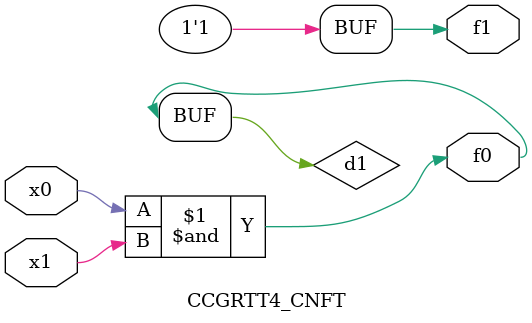
<source format=v>
module CCGRTT4_CNFT(
	input x0, x1,
	output f0, f1
);

	wire d1;

	assign f0 = d1;
	and (d1, x0, x1);
	assign f1 = 1'b1;
endmodule

</source>
